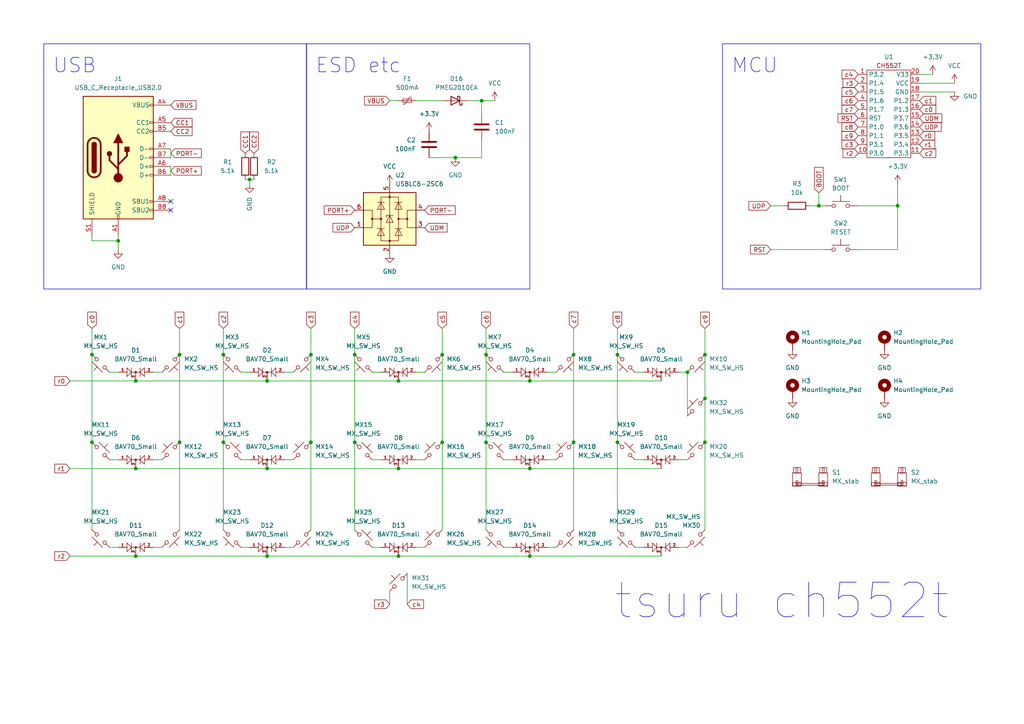
<source format=kicad_sch>
(kicad_sch (version 20230121) (generator eeschema)
  (paper "A4")
  (lib_symbols
    (symbol "Connector:USB_C_Receptacle_USB2.0" (pin_names (offset 1.016))
      (property "Reference" "J" (at -10.16 19.05 0))
      (property "Value" "USB_C_Receptacle_USB2.0" (at 19.05 19.05 0))
      (symbol "USB_C_Receptacle_USB2.0_0_0"
        (rectangle (start -0.254 -17.78) (end 0.254 -16.764))
        (rectangle (start 10.16 -14.986) (end 9.144 -15.494))
        (rectangle (start 10.16 -12.446) (end 9.144 -12.954))
        (rectangle (start 10.16 -4.826) (end 9.144 -5.334))
        (rectangle (start 10.16 -2.286) (end 9.144 -2.794))
        (rectangle (start 10.16 0.254) (end 9.144 -0.254))
        (rectangle (start 10.16 2.794) (end 9.144 2.286))
        (rectangle (start 10.16 7.874) (end 9.144 7.366))
        (rectangle (start 10.16 10.414) (end 9.144 9.906))
        (rectangle (start 10.16 15.494) (end 9.144 14.986))
      )
      (symbol "USB_C_Receptacle_USB2.0_0_1"
        (rectangle (start -10.16 17.78) (end 10.16 -17.78) (stroke (width 0.254)) (fill (type background)))
        (arc (start -8.89 -3.81) (mid -6.985 -5.7067) (end -5.08 -3.81) (stroke (width 0.508)))
        (arc (start -7.62 -3.81) (mid -6.985 -4.4423) (end -6.35 -3.81) (stroke (width 0.254)))
        (arc (start -7.62 -3.81) (mid -6.985 -4.4423) (end -6.35 -3.81) (stroke (width 0.254)) (fill (type outline)))
        (rectangle (start -7.62 -3.81) (end -6.35 3.81) (stroke (width 0.254)) (fill (type outline)))
        (arc (start -6.35 3.81) (mid -6.985 4.4423) (end -7.62 3.81) (stroke (width 0.254)))
        (arc (start -6.35 3.81) (mid -6.985 4.4423) (end -7.62 3.81) (stroke (width 0.254)) (fill (type outline)))
        (arc (start -5.08 3.81) (mid -6.985 5.7067) (end -8.89 3.81) (stroke (width 0.508)))
        (circle (center -2.54 1.143) (radius 0.635) (stroke (width 0.254)) (fill (type outline)))
        (circle (center 0 -5.842) (radius 1.27) (fill (type outline)))
        (polyline (pts (xy -8.89 -3.81) (xy -8.89 3.81)) (stroke (width 0.508)))
        (polyline (pts (xy -5.08 3.81) (xy -5.08 -3.81)) (stroke (width 0.508)))
        (polyline (pts (xy 0 -5.842) (xy 0 4.318)) (stroke (width 0.508)))
        (polyline (pts (xy 0 -3.302) (xy -2.54 -0.762) (xy -2.54 0.508)) (stroke (width 0.508)))
        (polyline (pts (xy 0 -2.032) (xy 2.54 0.508) (xy 2.54 1.778)) (stroke (width 0.508)))
        (polyline (pts (xy -1.27 4.318) (xy 0 6.858) (xy 1.27 4.318) (xy -1.27 4.318)) (stroke (width 0.254)) (fill (type outline)))
        (rectangle (start 1.905 1.778) (end 3.175 3.048) (stroke (width 0.254)) (fill (type outline)))
      )
      (symbol "USB_C_Receptacle_USB2.0_1_1"
        (pin passive line (at 0 -22.86 90) (length 5.08) (name "GND") (number "A1"))
        (pin passive line (at 0 -22.86 90) (length 5.08) hide (name "GND") (number "A12"))
        (pin passive line (at 15.24 15.24 180) (length 5.08) (name "VBUS") (number "A4"))
        (pin bidirectional line (at 15.24 10.16 180) (length 5.08) (name "CC1") (number "A5"))
        (pin bidirectional line (at 15.24 -2.54 180) (length 5.08) (name "D+") (number "A6"))
        (pin bidirectional line (at 15.24 2.54 180) (length 5.08) (name "D-") (number "A7"))
        (pin bidirectional line (at 15.24 -12.7 180) (length 5.08) (name "SBU1") (number "A8"))
        (pin passive line (at 15.24 15.24 180) (length 5.08) hide (name "VBUS") (number "A9"))
        (pin passive line (at 0 -22.86 90) (length 5.08) hide (name "GND") (number "B1"))
        (pin passive line (at 0 -22.86 90) (length 5.08) hide (name "GND") (number "B12"))
        (pin passive line (at 15.24 15.24 180) (length 5.08) hide (name "VBUS") (number "B4"))
        (pin bidirectional line (at 15.24 7.62 180) (length 5.08) (name "CC2") (number "B5"))
        (pin bidirectional line (at 15.24 -5.08 180) (length 5.08) (name "D+") (number "B6"))
        (pin bidirectional line (at 15.24 0 180) (length 5.08) (name "D-") (number "B7"))
        (pin bidirectional line (at 15.24 -15.24 180) (length 5.08) (name "SBU2") (number "B8"))
        (pin passive line (at 15.24 15.24 180) (length 5.08) hide (name "VBUS") (number "B9"))
        (pin passive line (at -7.62 -22.86 90) (length 5.08) (name "SHIELD") (number "S1"))
      )
    )
    (symbol "Device:C" (pin_numbers hide) (pin_names (offset 0.254))
      (property "Reference" "C" (at 0.635 2.54 0))
      (property "Value" "C" (at 0.635 -2.54 0))
      (symbol "C_0_1"
        (polyline (pts (xy -2.032 -0.762) (xy 2.032 -0.762)) (stroke (width 0.508)))
        (polyline (pts (xy -2.032 0.762) (xy 2.032 0.762)) (stroke (width 0.508)))
      )
      (symbol "C_1_1"
        (pin passive line (at 0 3.81 270) (length 2.794) (name "~") (number "1"))
        (pin passive line (at 0 -3.81 90) (length 2.794) (name "~") (number "2"))
      )
    )
    (symbol "Device:D_Schottky" (pin_numbers hide) (pin_names (offset 1.016) hide)
      (property "Reference" "D" (at 0 2.54 0))
      (property "Value" "D_Schottky" (at 0 -2.54 0))
      (symbol "D_Schottky_0_1"
        (polyline (pts (xy 1.27 0) (xy -1.27 0)))
        (polyline (pts (xy 1.27 1.27) (xy 1.27 -1.27) (xy -1.27 0) (xy 1.27 1.27)) (stroke (width 0.254)))
        (polyline (pts (xy -1.905 0.635) (xy -1.905 1.27) (xy -1.27 1.27) (xy -1.27 -1.27) (xy -0.635 -1.27) (xy -0.635 -0.635)) (stroke (width 0.254)))
      )
      (symbol "D_Schottky_1_1"
        (pin passive line (at -3.81 0 0) (length 2.54) (name "K") (number "1"))
        (pin passive line (at 3.81 0 180) (length 2.54) (name "A") (number "2"))
      )
    )
    (symbol "Device:Polyfuse_Small" (pin_numbers hide) (pin_names (offset 0))
      (property "Reference" "F" (at -1.905 0 90))
      (property "Value" "Polyfuse_Small" (at 1.905 0 90))
      (symbol "Polyfuse_Small_0_1"
        (rectangle (start -0.508 1.27) (end 0.508 -1.27))
        (polyline (pts (xy 0 2.54) (xy 0 -2.54)))
        (polyline (pts (xy -1.016 1.27) (xy -1.016 0.762) (xy 1.016 -0.762) (xy 1.016 -1.27)))
      )
      (symbol "Polyfuse_Small_1_1"
        (pin passive line (at 0 2.54 270) (length 0.635) (name "~") (number "1"))
        (pin passive line (at 0 -2.54 90) (length 0.635) (name "~") (number "2"))
      )
    )
    (symbol "Device:R" (pin_numbers hide) (pin_names (offset 0))
      (property "Reference" "R" (at 2.032 0 90))
      (property "Value" "R" (at 0 0 90))
      (symbol "R_0_1"
        (rectangle (start -1.016 -2.54) (end 1.016 2.54) (stroke (width 0.254)))
      )
      (symbol "R_1_1"
        (pin passive line (at 0 3.81 270) (length 1.27) (name "~") (number "1"))
        (pin passive line (at 0 -3.81 90) (length 1.27) (name "~") (number "2"))
      )
    )
    (symbol "Mechanical:MountingHole_Pad" (pin_numbers hide) (pin_names (offset 1.016) hide)
      (property "Reference" "H" (at 0 6.35 0))
      (property "Value" "MountingHole_Pad" (at 0 4.445 0))
      (symbol "MountingHole_Pad_0_1"
        (circle (center 0 1.27) (radius 1.27) (stroke (width 1.27)))
      )
      (symbol "MountingHole_Pad_1_1"
        (pin input line (at 0 -2.54 90) (length 2.54) (name "1") (number "1"))
      )
    )
    (symbol "PCM_marbastlib-mx:MX_SW_HS" (pin_numbers hide) (pin_names (offset 1.016) hide)
      (property "Reference" "MX" (at 3.048 1.016 0))
      (property "Value" "MX_SW_HS" (at 0 -3.81 0))
      (symbol "MX_SW_HS_0_1"
        (circle (center -1.1684 1.1684) (radius 0.508))
        (polyline (pts (xy -0.508 2.54) (xy 2.54 -0.508)))
        (polyline (pts (xy 1.016 1.016) (xy 2.032 2.032)))
        (polyline (pts (xy -2.54 2.54) (xy -1.524 1.524) (xy -1.524 1.524)))
        (polyline (pts (xy 1.524 -1.524) (xy 2.54 -2.54) (xy 2.54 -2.54) (xy 2.54 -2.54)))
        (circle (center 1.143 -1.1938) (radius 0.508))
        (pin passive line (at -2.54 2.54 0) (length 0) (name "1") (number "1"))
        (pin passive line (at 2.54 -2.54 180) (length 0) (name "2") (number "2"))
      )
    )
    (symbol "PCM_marbastlib-mx:MX_stab" (pin_names (offset 1.016))
      (property "Reference" "S" (at -5.08 6.35 0))
      (property "Value" "MX_stab" (at -5.08 3.81 0))
      (symbol "MX_stab_0_1"
        (rectangle (start -5.08 -1.524) (end -2.54 -2.54))
        (rectangle (start -5.08 1.27) (end -2.54 -2.54))
        (rectangle (start -4.826 2.794) (end -2.794 1.27))
        (rectangle (start -4.064 -2.286) (end -3.556 -1.016))
        (rectangle (start -4.064 -1.778) (end 4.064 -2.286))
        (rectangle (start -4.064 1.27) (end -3.556 2.794))
        (rectangle (start 2.54 -1.524) (end 5.08 -2.54))
        (rectangle (start 2.54 1.27) (end 5.08 -2.54))
        (rectangle (start 2.794 2.794) (end 4.826 1.27))
        (rectangle (start 3.556 1.27) (end 4.064 2.794))
        (rectangle (start 4.064 -2.286) (end 3.556 -1.016))
      )
    )
    (symbol "PCM_marbastlib-various:BAV70_Small" (pin_names (offset 0.762) hide)
      (property "Reference" "D" (at 0.635 -2.54 0))
      (property "Value" "BAV70_Small" (at 0 2.54 0))
      (symbol "BAV70_Small_0_1"
        (polyline (pts (xy -1.27 1.27) (xy -1.27 -1.27)))
        (polyline (pts (xy 1.27 0) (xy -1.27 0)))
        (polyline (pts (xy 1.27 1.27) (xy 1.27 -1.27)))
        (polyline (pts (xy -2.54 1.27) (xy -2.54 -1.27) (xy -1.27 0) (xy -2.54 1.27)))
        (polyline (pts (xy 2.54 1.27) (xy 2.54 -1.27) (xy 1.27 0) (xy 2.54 1.27)))
        (circle (center 0 0) (radius 0.254) (fill (type outline)))
      )
      (symbol "BAV70_Small_1_1"
        (pin input line (at -5.08 0 0) (length 2.54) (name "A1") (number "1"))
        (pin input line (at 5.08 0 180) (length 2.54) (name "A2") (number "2"))
        (pin passive line (at 0 -2.54 90) (length 2.54) (name "K") (number "3"))
      )
    )
    (symbol "Power_Protection:USBLC6-2SC6" (pin_names hide)
      (property "Reference" "U" (at 2.54 8.89 0))
      (property "Value" "USBLC6-2SC6" (at 2.54 -8.89 0))
      (symbol "USBLC6-2SC6_0_1"
        (rectangle (start -7.62 -7.62) (end 7.62 7.62) (stroke (width 0.254)) (fill (type background)))
        (circle (center -5.08 0) (radius 0.254) (fill (type outline)))
        (circle (center -2.54 0) (radius 0.254) (fill (type outline)))
        (rectangle (start -2.54 6.35) (end 2.54 -6.35))
        (circle (center 0 -6.35) (radius 0.254) (fill (type outline)))
        (polyline (pts (xy -5.08 -2.54) (xy -7.62 -2.54)))
        (polyline (pts (xy -5.08 0) (xy -5.08 -2.54)))
        (polyline (pts (xy -5.08 2.54) (xy -7.62 2.54)))
        (polyline (pts (xy -1.524 -2.794) (xy -3.556 -2.794)))
        (polyline (pts (xy -1.524 4.826) (xy -3.556 4.826)))
        (polyline (pts (xy 0 -7.62) (xy 0 -6.35)))
        (polyline (pts (xy 0 -6.35) (xy 0 1.27)))
        (polyline (pts (xy 0 1.27) (xy 0 6.35)))
        (polyline (pts (xy 0 6.35) (xy 0 7.62)))
        (polyline (pts (xy 1.524 -2.794) (xy 3.556 -2.794)))
        (polyline (pts (xy 1.524 4.826) (xy 3.556 4.826)))
        (polyline (pts (xy 5.08 -2.54) (xy 7.62 -2.54)))
        (polyline (pts (xy 5.08 0) (xy 5.08 -2.54)))
        (polyline (pts (xy 5.08 2.54) (xy 7.62 2.54)))
        (polyline (pts (xy -2.54 0) (xy -5.08 0) (xy -5.08 2.54)))
        (polyline (pts (xy 2.54 0) (xy 5.08 0) (xy 5.08 2.54)))
        (polyline (pts (xy -3.556 -4.826) (xy -1.524 -4.826) (xy -2.54 -2.794) (xy -3.556 -4.826)))
        (polyline (pts (xy -3.556 2.794) (xy -1.524 2.794) (xy -2.54 4.826) (xy -3.556 2.794)))
        (polyline (pts (xy -1.016 -1.016) (xy 1.016 -1.016) (xy 0 1.016) (xy -1.016 -1.016)))
        (polyline (pts (xy 1.016 1.016) (xy 0.762 1.016) (xy -1.016 1.016) (xy -1.016 0.508)))
        (polyline (pts (xy 3.556 -4.826) (xy 1.524 -4.826) (xy 2.54 -2.794) (xy 3.556 -4.826)))
        (polyline (pts (xy 3.556 2.794) (xy 1.524 2.794) (xy 2.54 4.826) (xy 3.556 2.794)))
        (circle (center 0 6.35) (radius 0.254) (fill (type outline)))
        (circle (center 2.54 0) (radius 0.254) (fill (type outline)))
        (circle (center 5.08 0) (radius 0.254) (fill (type outline)))
      )
      (symbol "USBLC6-2SC6_1_1"
        (pin passive line (at -10.16 -2.54 0) (length 2.54) (name "I/O1") (number "1"))
        (pin passive line (at 0 -10.16 90) (length 2.54) (name "GND") (number "2"))
        (pin passive line (at 10.16 -2.54 180) (length 2.54) (name "I/O2") (number "3"))
        (pin passive line (at 10.16 2.54 180) (length 2.54) (name "I/O2") (number "4"))
        (pin passive line (at 0 10.16 270) (length 2.54) (name "VBUS") (number "5"))
        (pin passive line (at -10.16 2.54 0) (length 2.54) (name "I/O1") (number "6"))
      )
    )
    (symbol "Switch:SW_Push" (pin_numbers hide) (pin_names (offset 1.016) hide)
      (property "Reference" "SW" (at 1.27 2.54 0))
      (property "Value" "SW_Push" (at 0 -1.524 0))
      (symbol "SW_Push_0_1"
        (circle (center -2.032 0) (radius 0.508))
        (polyline (pts (xy 0 1.27) (xy 0 3.048)))
        (polyline (pts (xy 2.54 1.27) (xy -2.54 1.27)))
        (circle (center 2.032 0) (radius 0.508))
        (pin passive line (at -5.08 0 0) (length 2.54) (name "1") (number "1"))
        (pin passive line (at 5.08 0 180) (length 2.54) (name "2") (number "2"))
      )
    )
    (symbol "apfel:mcu_ch552t_tssop-20"
      (property "Reference" "U1" (at 0 16.51 0))
      (property "Value" "~" (at 0 -12.7 0))
      (symbol "mcu_ch552t_tssop-20_0_1"
        (rectangle (start -6.35 12.7) (end 6.35 -12.7))
      )
      (symbol "mcu_ch552t_tssop-20_1_1"
        (text "CH552T\n" (at 0 13.97 0) (effects (font (size 1.27 1.27))))
        (pin input line (at -8.89 11.43 0) (length 2.54) (name "P3.2") (number "1"))
        (pin input line (at -8.89 -11.43 0) (length 2.54) (name "P3.0") (number "10"))
        (pin input line (at 8.89 -11.43 180) (length 2.54) (name "P3.3") (number "11"))
        (pin input line (at 8.89 -8.89 180) (length 2.54) (name "P3.4") (number "12"))
        (pin input line (at 8.89 -6.35 180) (length 2.54) (name "P3.5") (number "13"))
        (pin input line (at 8.89 -3.81 180) (length 2.54) (name "P3.6") (number "14"))
        (pin input line (at 8.89 -1.27 180) (length 2.54) (name "P3.7") (number "15"))
        (pin input line (at 8.89 1.27 180) (length 2.54) (name "P1.3") (number "16"))
        (pin input line (at 8.89 3.81 180) (length 2.54) (name "P1.2") (number "17"))
        (pin input line (at 8.89 6.35 180) (length 2.54) (name "GND") (number "18"))
        (pin input line (at 8.89 8.89 180) (length 2.54) (name "VCC") (number "19"))
        (pin input line (at -8.89 8.89 0) (length 2.54) (name "P1.4") (number "2"))
        (pin input line (at 8.89 11.43 180) (length 2.54) (name "V33") (number "20"))
        (pin input line (at -8.89 6.35 0) (length 2.54) (name "P1.5") (number "3"))
        (pin input line (at -8.89 3.81 0) (length 2.54) (name "P1.6") (number "4"))
        (pin input line (at -8.89 1.27 0) (length 2.54) (name "P1.7") (number "5"))
        (pin input line (at -8.89 -1.27 0) (length 2.54) (name "RST") (number "6"))
        (pin input line (at -8.89 -3.81 0) (length 2.54) (name "P1.0") (number "7"))
        (pin input line (at -8.89 -6.35 0) (length 2.54) (name "P1.1") (number "8"))
        (pin input line (at -8.89 -8.89 0) (length 2.54) (name "P3.1") (number "9"))
      )
    )
    (symbol "power:+3.3V" (power) (pin_names (offset 0))
      (property "Value" "+3.3V" (at 0 3.556 0))
      (symbol "+3.3V_0_1"
        (polyline (pts (xy -0.762 1.27) (xy 0 2.54)))
        (polyline (pts (xy 0 0) (xy 0 2.54)))
        (polyline (pts (xy 0 2.54) (xy 0.762 1.27)))
      )
      (symbol "+3.3V_1_1"
        (pin power_in line (at 0 0 90) (length 0) hide (name "+3.3V") (number "1"))
      )
    )
    (symbol "power:GND" (power) (pin_names (offset 0))
      (property "Value" "GND" (at 0 -3.81 0))
      (symbol "GND_0_1"
        (polyline (pts (xy 0 0) (xy 0 -1.27) (xy 1.27 -1.27) (xy 0 -2.54) (xy -1.27 -1.27) (xy 0 -1.27)))
      )
      (symbol "GND_1_1"
        (pin power_in line (at 0 0 270) (length 0) hide (name "GND") (number "1"))
      )
    )
    (symbol "power:VCC" (power) (pin_names (offset 0))
      (property "Value" "VCC" (at 0 3.81 0))
      (symbol "VCC_0_1"
        (polyline (pts (xy -0.762 1.27) (xy 0 2.54)))
        (polyline (pts (xy 0 0) (xy 0 2.54)))
        (polyline (pts (xy 0 2.54) (xy 0.762 1.27)))
      )
      (symbol "VCC_1_1"
        (pin power_in line (at 0 0 90) (length 0) hide (name "VCC") (number "1"))
      )
    )
  )
  (junction (at 26.67 128.27))
  (junction (at 140.97 128.27))
  (junction (at 34.29 69.85))
  (junction (at 39.37 135.89))
  (junction (at 115.57 110.49))
  (junction (at 179.07 128.27))
  (junction (at 166.37 128.27))
  (junction (at 77.47 135.89))
  (junction (at 26.67 102.87))
  (junction (at 139.7 29.21))
  (junction (at 204.47 115.57))
  (junction (at 153.67 161.29))
  (junction (at 204.47 102.87))
  (junction (at 77.47 161.29))
  (junction (at 39.37 110.49))
  (junction (at 260.35 59.69))
  (junction (at 132.08 45.72))
  (junction (at 128.27 128.27))
  (junction (at 52.07 128.27))
  (junction (at 153.67 110.49))
  (junction (at 166.37 102.87))
  (junction (at 72.39 52.07))
  (junction (at 102.87 128.27))
  (junction (at 237.49 59.69))
  (junction (at 39.37 161.29))
  (junction (at 140.97 102.87))
  (junction (at 102.87 102.87))
  (junction (at 179.07 102.87))
  (junction (at 115.57 135.89))
  (junction (at 77.47 110.49))
  (junction (at 128.27 102.87))
  (junction (at 199.39 107.95))
  (junction (at 153.67 135.89))
  (junction (at 90.17 102.87))
  (junction (at 64.77 128.27))
  (junction (at 52.07 102.87))
  (junction (at 115.57 161.29))
  (junction (at 90.17 128.27))
  (junction (at 204.47 128.27))
  (junction (at 64.77 102.87))
  (no_connect (at 49.53 60.96))
  (no_connect (at 49.53 58.42))
  (wire (pts (xy 20.32 161.29) (xy 39.37 161.29)))
  (wire (pts (xy 115.57 161.29) (xy 153.67 161.29)))
  (wire (pts (xy 72.39 133.35) (xy 69.85 133.35)))
  (wire (pts (xy 139.7 45.72) (xy 139.7 40.64)))
  (wire (pts (xy 113.03 171.45) (xy 113.03 175.26)))
  (wire (pts (xy 34.29 158.75) (xy 31.75 158.75)))
  (wire (pts (xy 26.67 68.58) (xy 26.67 69.85)))
  (wire (pts (xy 120.65 107.95) (xy 123.19 107.95)))
  (wire (pts (xy 82.55 107.95) (xy 85.09 107.95)))
  (wire (pts (xy 266.7 21.59) (xy 270.51 21.59)))
  (wire (pts (xy 26.67 95.25) (xy 26.67 102.87)))
  (wire (pts (xy 204.47 95.25) (xy 204.47 102.87)))
  (wire (pts (xy 82.55 133.35) (xy 85.09 133.35)))
  (wire (pts (xy 82.55 158.75) (xy 85.09 158.75)))
  (wire (pts (xy 179.07 128.27) (xy 179.07 153.67)))
  (wire (pts (xy 52.07 95.25) (xy 52.07 102.87)))
  (wire (pts (xy 77.47 161.29) (xy 115.57 161.29)))
  (wire (pts (xy 139.7 29.21) (xy 139.7 33.02)))
  (wire (pts (xy 49.53 43.18) (xy 49.53 45.72)))
  (wire (pts (xy 52.07 102.87) (xy 52.07 128.27)))
  (wire (pts (xy 199.39 107.95) (xy 199.39 120.65)))
  (wire (pts (xy 248.92 59.69) (xy 260.35 59.69)))
  (wire (pts (xy 260.35 72.39) (xy 248.92 72.39)))
  (wire (pts (xy 110.49 158.75) (xy 107.95 158.75)))
  (wire (pts (xy 90.17 95.25) (xy 90.17 102.87)))
  (wire (pts (xy 140.97 128.27) (xy 140.97 153.67)))
  (wire (pts (xy 158.75 133.35) (xy 161.29 133.35)))
  (wire (pts (xy 52.07 128.27) (xy 52.07 153.67)))
  (wire (pts (xy 34.29 69.85) (xy 34.29 72.39)))
  (wire (pts (xy 166.37 128.27) (xy 166.37 153.67)))
  (wire (pts (xy 166.37 95.25) (xy 166.37 102.87)))
  (wire (pts (xy 128.27 102.87) (xy 128.27 128.27)))
  (wire (pts (xy 44.45 158.75) (xy 46.99 158.75)))
  (wire (pts (xy 276.86 26.67) (xy 266.7 26.67)))
  (wire (pts (xy 102.87 128.27) (xy 102.87 153.67)))
  (wire (pts (xy 140.97 102.87) (xy 140.97 128.27)))
  (wire (pts (xy 118.11 166.37) (xy 118.11 175.26)))
  (wire (pts (xy 49.53 48.26) (xy 49.53 50.8)))
  (wire (pts (xy 158.75 107.95) (xy 161.29 107.95)))
  (wire (pts (xy 266.7 24.13) (xy 276.86 24.13)))
  (wire (pts (xy 72.39 107.95) (xy 69.85 107.95)))
  (wire (pts (xy 166.37 102.87) (xy 166.37 128.27)))
  (wire (pts (xy 148.59 158.75) (xy 146.05 158.75)))
  (wire (pts (xy 34.29 68.58) (xy 34.29 69.85)))
  (wire (pts (xy 115.57 110.49) (xy 153.67 110.49)))
  (wire (pts (xy 20.32 135.89) (xy 39.37 135.89)))
  (wire (pts (xy 120.65 158.75) (xy 123.19 158.75)))
  (wire (pts (xy 179.07 102.87) (xy 179.07 128.27)))
  (wire (pts (xy 186.69 133.35) (xy 184.15 133.35)))
  (wire (pts (xy 39.37 110.49) (xy 77.47 110.49)))
  (wire (pts (xy 204.47 102.87) (xy 204.47 115.57)))
  (wire (pts (xy 115.57 135.89) (xy 153.67 135.89)))
  (wire (pts (xy 44.45 133.35) (xy 46.99 133.35)))
  (wire (pts (xy 186.69 158.75) (xy 184.15 158.75)))
  (wire (pts (xy 113.03 29.21) (xy 115.57 29.21)))
  (wire (pts (xy 26.67 128.27) (xy 26.67 153.67)))
  (wire (pts (xy 72.39 158.75) (xy 69.85 158.75)))
  (wire (pts (xy 234.95 59.69) (xy 237.49 59.69)))
  (wire (pts (xy 90.17 102.87) (xy 90.17 128.27)))
  (wire (pts (xy 77.47 135.89) (xy 115.57 135.89)))
  (wire (pts (xy 39.37 161.29) (xy 77.47 161.29)))
  (wire (pts (xy 158.75 158.75) (xy 161.29 158.75)))
  (wire (pts (xy 64.77 102.87) (xy 64.77 128.27)))
  (wire (pts (xy 196.85 133.35) (xy 199.39 133.35)))
  (wire (pts (xy 260.35 59.69) (xy 260.35 72.39)))
  (wire (pts (xy 204.47 115.57) (xy 204.47 128.27)))
  (wire (pts (xy 128.27 95.25) (xy 128.27 102.87)))
  (wire (pts (xy 223.52 59.69) (xy 227.33 59.69)))
  (wire (pts (xy 64.77 128.27) (xy 64.77 153.67)))
  (wire (pts (xy 72.39 52.07) (xy 73.66 52.07)))
  (wire (pts (xy 153.67 110.49) (xy 191.77 110.49)))
  (wire (pts (xy 110.49 133.35) (xy 107.95 133.35)))
  (wire (pts (xy 237.49 59.69) (xy 238.76 59.69)))
  (wire (pts (xy 72.39 52.07) (xy 72.39 53.34)))
  (wire (pts (xy 153.67 135.89) (xy 191.77 135.89)))
  (wire (pts (xy 124.46 45.72) (xy 132.08 45.72)))
  (wire (pts (xy 148.59 107.95) (xy 146.05 107.95)))
  (wire (pts (xy 26.67 69.85) (xy 34.29 69.85)))
  (wire (pts (xy 153.67 161.29) (xy 191.77 161.29)))
  (wire (pts (xy 64.77 95.25) (xy 64.77 102.87)))
  (wire (pts (xy 39.37 135.89) (xy 77.47 135.89)))
  (wire (pts (xy 140.97 95.25) (xy 140.97 102.87)))
  (wire (pts (xy 139.7 29.21) (xy 143.51 29.21)))
  (wire (pts (xy 120.65 29.21) (xy 128.27 29.21)))
  (wire (pts (xy 71.12 52.07) (xy 72.39 52.07)))
  (wire (pts (xy 34.29 107.95) (xy 31.75 107.95)))
  (wire (pts (xy 90.17 128.27) (xy 90.17 153.67)))
  (wire (pts (xy 132.08 45.72) (xy 139.7 45.72)))
  (wire (pts (xy 260.35 53.34) (xy 260.35 59.69)))
  (wire (pts (xy 102.87 95.25) (xy 102.87 102.87)))
  (wire (pts (xy 110.49 107.95) (xy 107.95 107.95)))
  (wire (pts (xy 179.07 95.25) (xy 179.07 102.87)))
  (wire (pts (xy 237.49 55.88) (xy 237.49 59.69)))
  (wire (pts (xy 77.47 110.49) (xy 115.57 110.49)))
  (wire (pts (xy 196.85 158.75) (xy 199.39 158.75)))
  (wire (pts (xy 26.67 102.87) (xy 26.67 128.27)))
  (wire (pts (xy 204.47 128.27) (xy 204.47 153.67)))
  (wire (pts (xy 128.27 128.27) (xy 128.27 153.67)))
  (wire (pts (xy 102.87 102.87) (xy 102.87 128.27)))
  (wire (pts (xy 186.69 107.95) (xy 184.15 107.95)))
  (wire (pts (xy 44.45 107.95) (xy 46.99 107.95)))
  (wire (pts (xy 34.29 133.35) (xy 31.75 133.35)))
  (wire (pts (xy 148.59 133.35) (xy 146.05 133.35)))
  (wire (pts (xy 223.52 72.39) (xy 238.76 72.39)))
  (wire (pts (xy 20.32 110.49) (xy 39.37 110.49)))
  (wire (pts (xy 135.89 29.21) (xy 139.7 29.21)))
  (wire (pts (xy 120.65 133.35) (xy 123.19 133.35)))
  (wire (pts (xy 196.85 107.95) (xy 199.39 107.95)))
  (rectangle (start 209.55 12.7) (end 284.48 83.82))
  (rectangle (start 12.7 12.7) (end 88.9 83.82))
  (rectangle (start 88.9 12.7) (end 153.67 83.82))
  (text "MCU" (at 212.09 21.59 0) (effects (font (size 4.2 4.2)) (justify left bottom)))
  (text "tsuru ch552t" (at 177.8 180.34 0) (effects (font (size 10 10)) (justify left bottom)))
  (text "USB" (at 15.24 21.59 0) (effects (font (size 4.2 4.2)) (justify left bottom)))
  (text "ESD etc" (at 91.44 21.59 0) (effects (font (size 4.2 4.2)) (justify left bottom)))
  (global_label "c0" (shape input) (at 26.67 95.25 90) (property "Intersheetrefs" "${INTERSHEET_REFS}" (effects hide)))
  (global_label "c5" (shape input) (at 248.92 26.67 180) (property "Intersheetrefs" "${INTERSHEET_REFS}" (effects hide)))
  (global_label "c3" (shape input) (at 248.92 41.91 180) (property "Intersheetrefs" "${INTERSHEET_REFS}" (effects hide)))
  (global_label "c0" (shape input) (at 266.7 31.75 0) (property "Intersheetrefs" "${INTERSHEET_REFS}" (effects hide)))
  (global_label "c2" (shape input) (at 64.77 95.25 90) (property "Intersheetrefs" "${INTERSHEET_REFS}" (effects hide)))
  (global_label "r1" (shape input) (at 20.32 135.89 180) (property "Intersheetrefs" "${INTERSHEET_REFS}" (effects hide)))
  (global_label "CC1" (shape input) (at 49.53 35.56 0) (property "Intersheetrefs" "${INTERSHEET_REFS}" (effects hide)))
  (global_label "r2" (shape input) (at 248.92 44.45 180) (property "Intersheetrefs" "${INTERSHEET_REFS}" (effects hide)))
  (global_label "c8" (shape input) (at 248.92 36.83 180) (property "Intersheetrefs" "${INTERSHEET_REFS}" (effects hide)))
  (global_label "UDP" (shape input) (at 266.7 36.83 0) (property "Intersheetrefs" "${INTERSHEET_REFS}" (effects hide)))
  (global_label "r0" (shape input) (at 266.7 39.37 0) (property "Intersheetrefs" "${INTERSHEET_REFS}" (effects hide)))
  (global_label "c3" (shape input) (at 90.17 95.25 90) (property "Intersheetrefs" "${INTERSHEET_REFS}" (effects hide)))
  (global_label "UDM" (shape input) (at 266.7 34.29 0) (property "Intersheetrefs" "${INTERSHEET_REFS}" (effects hide)))
  (global_label "CC2" (shape input) (at 49.53 38.1 0) (property "Intersheetrefs" "${INTERSHEET_REFS}" (effects hide)))
  (global_label "PORT+" (shape input) (at 49.53 49.53 0) (property "Intersheetrefs" "${INTERSHEET_REFS}" (effects hide)))
  (global_label "r3" (shape input) (at 113.03 175.26 180) (property "Intersheetrefs" "${INTERSHEET_REFS}" (effects hide)))
  (global_label "CC1" (shape input) (at 71.12 44.45 90) (property "Intersheetrefs" "${INTERSHEET_REFS}" (effects hide)))
  (global_label "UDP" (shape input) (at 223.52 59.69 180) (property "Intersheetrefs" "${INTERSHEET_REFS}" (effects hide)))
  (global_label "VBUS" (shape input) (at 113.03 29.21 180) (property "Intersheetrefs" "${INTERSHEET_REFS}" (effects hide)))
  (global_label "UDP" (shape input) (at 102.87 66.04 180) (property "Intersheetrefs" "${INTERSHEET_REFS}" (effects hide)))
  (global_label "c4" (shape input) (at 102.87 95.25 90) (property "Intersheetrefs" "${INTERSHEET_REFS}" (effects hide)))
  (global_label "r0" (shape input) (at 20.32 110.49 180) (property "Intersheetrefs" "${INTERSHEET_REFS}" (effects hide)))
  (global_label "c9" (shape input) (at 248.92 39.37 180) (property "Intersheetrefs" "${INTERSHEET_REFS}" (effects hide)))
  (global_label "VBUS" (shape input) (at 49.53 30.48 0) (property "Intersheetrefs" "${INTERSHEET_REFS}" (effects hide)))
  (global_label "PORT-" (shape input) (at 123.19 60.96 0) (property "Intersheetrefs" "${INTERSHEET_REFS}" (effects hide)))
  (global_label "c4" (shape input) (at 248.92 21.59 180) (property "Intersheetrefs" "${INTERSHEET_REFS}" (effects hide)))
  (global_label "PORT+" (shape input) (at 102.87 60.96 180) (property "Intersheetrefs" "${INTERSHEET_REFS}" (effects hide)))
  (global_label "BOOT" (shape input) (at 237.49 55.88 90) (property "Intersheetrefs" "${INTERSHEET_REFS}" (effects hide)))
  (global_label "c7" (shape input) (at 166.37 95.25 90) (property "Intersheetrefs" "${INTERSHEET_REFS}" (effects hide)))
  (global_label "c6" (shape input) (at 248.92 29.21 180) (property "Intersheetrefs" "${INTERSHEET_REFS}" (effects hide)))
  (global_label "c7" (shape input) (at 248.92 31.75 180) (property "Intersheetrefs" "${INTERSHEET_REFS}" (effects hide)))
  (global_label "c2" (shape input) (at 266.7 44.45 0) (property "Intersheetrefs" "${INTERSHEET_REFS}" (effects hide)))
  (global_label "RST" (shape input) (at 248.92 34.29 180) (property "Intersheetrefs" "${INTERSHEET_REFS}" (effects hide)))
  (global_label "PORT-" (shape input) (at 49.53 44.45 0) (property "Intersheetrefs" "${INTERSHEET_REFS}" (effects hide)))
  (global_label "c1" (shape input) (at 266.7 29.21 0) (property "Intersheetrefs" "${INTERSHEET_REFS}" (effects hide)))
  (global_label "CC2" (shape input) (at 73.66 44.45 90) (property "Intersheetrefs" "${INTERSHEET_REFS}" (effects hide)))
  (global_label "RST" (shape input) (at 223.52 72.39 180) (property "Intersheetrefs" "${INTERSHEET_REFS}" (effects hide)))
  (global_label "c8" (shape input) (at 179.07 95.25 90) (property "Intersheetrefs" "${INTERSHEET_REFS}" (effects hide)))
  (global_label "c6" (shape input) (at 140.97 95.25 90) (property "Intersheetrefs" "${INTERSHEET_REFS}" (effects hide)))
  (global_label "c4" (shape input) (at 118.11 175.26 0) (property "Intersheetrefs" "${INTERSHEET_REFS}" (effects hide)))
  (global_label "r3" (shape input) (at 248.92 24.13 180) (property "Intersheetrefs" "${INTERSHEET_REFS}" (effects hide)))
  (global_label "c1" (shape input) (at 52.07 95.25 90) (property "Intersheetrefs" "${INTERSHEET_REFS}" (effects hide)))
  (global_label "r1" (shape input) (at 266.7 41.91 0) (property "Intersheetrefs" "${INTERSHEET_REFS}" (effects hide)))
  (global_label "UDM" (shape input) (at 123.19 66.04 0) (property "Intersheetrefs" "${INTERSHEET_REFS}" (effects hide)))
  (global_label "r2" (shape input) (at 20.32 161.29 180) (property "Intersheetrefs" "${INTERSHEET_REFS}" (effects hide)))
  (global_label "c9" (shape input) (at 204.47 95.25 90) (property "Intersheetrefs" "${INTERSHEET_REFS}" (effects hide)))
  (global_label "c5" (shape input) (at 128.27 95.25 90) (property "Intersheetrefs" "${INTERSHEET_REFS}" (effects hide)))
  (symbol (lib_id "power:+3.3V") (at 124.46 38.1 0) (mirror y) (unit 1)
    (property "Reference" "#PWR06" (effects hide))
    (property "Value" "+3.3V" (at 124.46 33.02 0))
  )
  (symbol (lib_id "PCM_marbastlib-mx:MX_SW_HS") (at 201.93 130.81 90) (unit 1)
    (property "Reference" "MX20" (at 205.74 129.54 90) (effects (justify right)))
    (property "Value" "MX_SW_HS" (at 205.74 132.08 90) (effects (justify right)))
    (property "Footprint" "apfellib:MX-HotswapSAFE_no_silk" (effects hide))
  )
  (symbol (lib_id "PCM_marbastlib-mx:MX_SW_HS") (at 87.63 156.21 270) (unit 1)
    (property "Reference" "MX24" (at 91.44 154.94 90) (effects (justify left)))
    (property "Value" "MX_SW_HS" (at 91.44 157.48 90) (effects (justify left)))
    (property "Footprint" "apfellib:MX-HotswapSAFE_no_silk" (effects hide))
  )
  (symbol (lib_id "PCM_marbastlib-various:BAV70_Small") (at 191.77 158.75 0) (unit 1)
    (property "Reference" "D15" (at 191.77 152.4 0))
    (property "Value" "BAV70_Small" (at 191.77 154.94 0))
    (property "Footprint" "BeiBob:apfel_SOT-23_silkless" (effects hide))
    (property "Datasheet" "https://assets.nexperia.com/documents/data-sheet/BAV70_SER.pdf" (effects hide))
  )
  (symbol (lib_id "PCM_marbastlib-mx:MX_SW_HS") (at 105.41 130.81 0) (unit 1)
    (property "Reference" "MX15" (at 105.41 123.19 0))
    (property "Value" "MX_SW_HS" (at 105.41 125.73 0))
    (property "Footprint" "apfellib:MX-HotswapSAFE_no_silk" (effects hide))
  )
  (symbol (lib_id "Device:R") (at 73.66 48.26 0) (mirror y) (unit 1)
    (property "Reference" "R2" (at 78.74 46.99 0))
    (property "Value" "5.1k" (at 78.74 49.53 0))
    (property "Footprint" "Resistor_SMD:R_0402_1005Metric" (effects hide))
    (property "LCSC" "C25905" (effects hide))
  )
  (symbol (lib_id "PCM_marbastlib-mx:MX_SW_HS") (at 125.73 130.81 90) (unit 1)
    (property "Reference" "MX16" (at 129.54 129.54 90) (effects (justify right)))
    (property "Value" "MX_SW_HS" (at 129.54 132.08 90) (effects (justify right)))
    (property "Footprint" "apfellib:MX-HotswapSAFE_no_silk" (effects hide))
  )
  (symbol (lib_id "PCM_marbastlib-mx:MX_stab") (at 234.95 138.43 0) (unit 1)
    (property "Reference" "S1" (at 241.3 137.033 0) (effects (justify left)))
    (property "Value" "MX_stab" (at 241.3 139.573 0) (effects (justify left)))
    (property "Footprint" "PCM_marbastlib-mx:STAB_MX_P_3u" (effects hide))
  )
  (symbol (lib_id "PCM_marbastlib-mx:MX_SW_HS") (at 87.63 105.41 270) (unit 1)
    (property "Reference" "MX4" (at 91.44 104.14 90) (effects (justify left)))
    (property "Value" "MX_SW_HS" (at 91.44 106.68 90) (effects (justify left)))
    (property "Footprint" "apfellib:MX-HotswapSAFE_no_silk" (effects hide))
  )
  (symbol (lib_id "PCM_marbastlib-mx:MX_SW_HS") (at 163.83 105.41 270) (unit 1)
    (property "Reference" "MX8" (at 167.64 104.14 90) (effects (justify left)))
    (property "Value" "MX_SW_HS" (at 167.64 106.68 90) (effects (justify left)))
    (property "Footprint" "apfellib:MX-HotswapSAFE_no_silk" (effects hide))
  )
  (symbol (lib_id "PCM_marbastlib-various:BAV70_Small") (at 153.67 158.75 0) (unit 1)
    (property "Reference" "D14" (at 153.67 152.4 0))
    (property "Value" "BAV70_Small" (at 153.67 154.94 0))
    (property "Footprint" "BeiBob:apfel_SOT-23_silkless" (effects hide))
    (property "Datasheet" "https://assets.nexperia.com/documents/data-sheet/BAV70_SER.pdf" (effects hide))
  )
  (symbol (lib_id "PCM_marbastlib-various:BAV70_Small") (at 115.57 133.35 0) (unit 1)
    (property "Reference" "D8" (at 115.57 127 0))
    (property "Value" "BAV70_Small" (at 115.57 129.54 0))
    (property "Footprint" "BeiBob:apfel_SOT-23_silkless" (effects hide))
    (property "Datasheet" "https://assets.nexperia.com/documents/data-sheet/BAV70_SER.pdf" (effects hide))
  )
  (symbol (lib_id "PCM_marbastlib-mx:MX_SW_HS") (at 29.21 130.81 0) (unit 1)
    (property "Reference" "MX11" (at 29.21 123.19 0))
    (property "Value" "MX_SW_HS" (at 29.21 125.73 0))
    (property "Footprint" "apfellib:MX-HotswapSAFE_no_silk" (effects hide))
  )
  (symbol (lib_id "PCM_marbastlib-mx:MX_SW_HS") (at 201.93 105.41 270) (unit 1)
    (property "Reference" "MX10" (at 205.74 104.14 90) (effects (justify left)))
    (property "Value" "MX_SW_HS" (at 205.74 106.68 90) (effects (justify left)))
    (property "Footprint" "apfellib:MX-HotswapSAFE_no_silk" (effects hide))
  )
  (symbol (lib_id "PCM_marbastlib-mx:MX_SW_HS") (at 201.93 156.21 270) (unit 1)
    (property "Reference" "MX30" (at 203.2 152.4 90) (effects (justify right)))
    (property "Value" "MX_SW_HS" (at 203.2 149.86 90) (effects (justify right)))
    (property "Footprint" "apfellib:MX-HotswapSAFE_no_silk" (effects hide))
  )
  (symbol (lib_id "PCM_marbastlib-mx:MX_SW_HS") (at 105.41 105.41 180) (unit 1)
    (property "Reference" "MX5" (at 105.41 97.79 0))
    (property "Value" "MX_SW_HS" (at 105.41 100.33 0))
    (property "Footprint" "apfellib:MX-HotswapSAFE_no_silk" (effects hide))
  )
  (symbol (lib_id "PCM_marbastlib-mx:MX_SW_HS") (at 29.21 105.41 180) (unit 1)
    (property "Reference" "MX1" (at 29.21 97.79 0))
    (property "Value" "MX_SW_HS" (at 29.21 100.33 0))
    (property "Footprint" "apfellib:MX-HotswapSAFE_no_silk" (effects hide))
  )
  (symbol (lib_id "PCM_marbastlib-mx:MX_SW_HS") (at 49.53 130.81 90) (unit 1)
    (property "Reference" "MX12" (at 53.34 129.54 90) (effects (justify right)))
    (property "Value" "MX_SW_HS" (at 53.34 132.08 90) (effects (justify right)))
    (property "Footprint" "apfellib:MX-HotswapSAFE_no_silk" (effects hide))
  )
  (symbol (lib_id "power:VCC") (at 276.86 24.13 0) (unit 1)
    (property "Reference" "#PWR05" (effects hide))
    (property "Value" "VCC" (at 276.86 19.05 0))
  )
  (symbol (lib_id "power:GND") (at 229.87 101.6 0) (unit 1)
    (property "Reference" "#PWR014" (effects hide))
    (property "Value" "GND" (at 229.87 106.68 0))
  )
  (symbol (lib_id "apfel:mcu_ch552t_tssop-20") (at 257.81 33.02 0) (unit 1)
    (property "Reference" "U1" (at 257.81 16.51 0))
    (property "Value" "~" (at 257.81 45.72 0))
    (property "Footprint" "Package_SO:TSSOP-20_4.4x6.5mm_P0.65mm" (effects hide))
    (property "JLCPCB_CORRECTION" "0; 0; 270" (effects hide))
    (property "LCSC" "C111367" (effects hide))
  )
  (symbol (lib_id "power:GND") (at 72.39 53.34 0) (mirror y) (unit 1)
    (property "Reference" "#PWR07" (effects hide))
    (property "Value" "GND" (at 72.39 57.15 90) (effects (justify right)))
  )
  (symbol (lib_id "PCM_marbastlib-mx:MX_SW_HS") (at 143.51 105.41 180) (unit 1)
    (property "Reference" "MX7" (at 143.51 97.79 0))
    (property "Value" "MX_SW_HS" (at 143.51 100.33 0))
    (property "Footprint" "apfellib:MX-HotswapSAFE_no_silk" (effects hide))
  )
  (symbol (lib_id "PCM_marbastlib-various:BAV70_Small") (at 77.47 133.35 0) (unit 1)
    (property "Reference" "D7" (at 77.47 127 0))
    (property "Value" "BAV70_Small" (at 77.47 129.54 0))
    (property "Footprint" "BeiBob:apfel_SOT-23_silkless" (effects hide))
    (property "Datasheet" "https://assets.nexperia.com/documents/data-sheet/BAV70_SER.pdf" (effects hide))
  )
  (symbol (lib_id "PCM_marbastlib-various:BAV70_Small") (at 39.37 158.75 0) (unit 1)
    (property "Reference" "D11" (at 39.37 152.4 0))
    (property "Value" "BAV70_Small" (at 39.37 154.94 0))
    (property "Footprint" "BeiBob:apfel_SOT-23_silkless" (effects hide))
    (property "Datasheet" "https://assets.nexperia.com/documents/data-sheet/BAV70_SER.pdf" (effects hide))
  )
  (symbol (lib_id "PCM_marbastlib-mx:MX_SW_HS") (at 163.83 130.81 90) (unit 1)
    (property "Reference" "MX18" (at 167.64 129.54 90) (effects (justify right)))
    (property "Value" "MX_SW_HS" (at 167.64 132.08 90) (effects (justify right)))
    (property "Footprint" "apfellib:MX-HotswapSAFE_no_silk" (effects hide))
  )
  (symbol (lib_id "Switch:SW_Push") (at 243.84 72.39 0) (unit 1)
    (property "Reference" "SW2" (at 243.84 64.77 0))
    (property "Value" "RESET" (at 243.84 67.31 0))
    (property "Footprint" "Button_Switch_SMD:SW_Push_SPST_NO_Alps_SKRK" (effects hide))
    (property "LCSC" "C115357" (effects hide))
  )
  (symbol (lib_id "power:GND") (at 256.54 115.57 0) (unit 1)
    (property "Reference" "#PWR018" (effects hide))
    (property "Value" "GND" (at 256.54 120.65 0))
  )
  (symbol (lib_id "Device:R") (at 231.14 59.69 90) (unit 1)
    (property "Reference" "R3" (at 231.14 53.34 90))
    (property "Value" "10k" (at 231.14 55.88 90))
    (property "Footprint" "Resistor_SMD:R_0402_1005Metric" (effects hide))
    (property "LCSC" "C25744" (effects hide))
  )
  (symbol (lib_id "PCM_marbastlib-mx:MX_SW_HS") (at 87.63 130.81 90) (unit 1)
    (property "Reference" "MX14" (at 91.44 129.54 90) (effects (justify right)))
    (property "Value" "MX_SW_HS" (at 91.44 132.08 90) (effects (justify right)))
    (property "Footprint" "apfellib:MX-HotswapSAFE_no_silk" (effects hide))
  )
  (symbol (lib_id "power:GND") (at 132.08 45.72 0) (unit 1)
    (property "Reference" "#PWR01" (effects hide))
    (property "Value" "GND" (at 132.08 50.8 0))
  )
  (symbol (lib_id "Device:D_Schottky") (at 132.08 29.21 180) (unit 1)
    (property "Reference" "D16" (at 132.3975 22.86 0))
    (property "Value" "PMEG2010EA" (at 132.3975 25.4 0))
    (property "Footprint" "Diode_SMD:D_0402_1005Metric" (effects hide))
    (property "LCSC" "C2837790" (effects hide))
  )
  (symbol (lib_id "Mechanical:MountingHole_Pad") (at 256.54 113.03 0) (unit 1)
    (property "Reference" "H4" (at 259.08 110.49 0) (effects (justify left)))
    (property "Value" "MountingHole_Pad" (at 259.08 113.03 0) (effects (justify left)))
    (property "Footprint" "BeiBob:MountingHole_2.2mm_M2_Pad_Via_nosilk" (effects hide))
  )
  (symbol (lib_id "PCM_marbastlib-various:BAV70_Small") (at 77.47 158.75 0) (unit 1)
    (property "Reference" "D12" (at 77.47 152.4 0))
    (property "Value" "BAV70_Small" (at 77.47 154.94 0))
    (property "Footprint" "BeiBob:apfel_SOT-23_silkless" (effects hide))
    (property "Datasheet" "https://assets.nexperia.com/documents/data-sheet/BAV70_SER.pdf" (effects hide))
  )
  (symbol (lib_id "PCM_marbastlib-various:BAV70_Small") (at 191.77 107.95 0) (unit 1)
    (property "Reference" "D5" (at 191.77 101.6 0))
    (property "Value" "BAV70_Small" (at 191.77 104.14 0))
    (property "Footprint" "BeiBob:apfel_SOT-23_silkless" (effects hide))
    (property "Datasheet" "https://assets.nexperia.com/documents/data-sheet/BAV70_SER.pdf" (effects hide))
  )
  (symbol (lib_id "PCM_marbastlib-mx:MX_SW_HS") (at 67.31 105.41 180) (unit 1)
    (property "Reference" "MX3" (at 67.31 97.79 0))
    (property "Value" "MX_SW_HS" (at 67.31 100.33 0))
    (property "Footprint" "apfellib:MX-HotswapSAFE_no_silk" (effects hide))
  )
  (symbol (lib_id "PCM_marbastlib-various:BAV70_Small") (at 39.37 107.95 0) (unit 1)
    (property "Reference" "D1" (at 39.37 101.6 0))
    (property "Value" "BAV70_Small" (at 39.37 104.14 0))
    (property "Footprint" "BeiBob:apfel_SOT-23_silkless" (effects hide))
    (property "Datasheet" "https://assets.nexperia.com/documents/data-sheet/BAV70_SER.pdf" (effects hide))
  )
  (symbol (lib_id "PCM_marbastlib-mx:MX_SW_HS") (at 181.61 130.81 0) (unit 1)
    (property "Reference" "MX19" (at 181.61 123.19 0))
    (property "Value" "MX_SW_HS" (at 181.61 125.73 0))
    (property "Footprint" "apfellib:MX-HotswapSAFE_no_silk" (effects hide))
  )
  (symbol (lib_id "PCM_marbastlib-mx:MX_SW_HS") (at 143.51 130.81 0) (unit 1)
    (property "Reference" "MX17" (at 143.51 123.19 0))
    (property "Value" "MX_SW_HS" (at 143.51 125.73 0))
    (property "Footprint" "apfellib:MX-HotswapSAFE_no_silk" (effects hide))
  )
  (symbol (lib_id "power:VCC") (at 113.03 53.34 0) (unit 1)
    (property "Reference" "#PWR010" (effects hide))
    (property "Value" "VCC" (at 113.03 48.26 0))
  )
  (symbol (lib_id "PCM_marbastlib-various:BAV70_Small") (at 115.57 107.95 0) (unit 1)
    (property "Reference" "D3" (at 115.57 101.6 0))
    (property "Value" "BAV70_Small" (at 115.57 104.14 0))
    (property "Footprint" "BeiBob:apfel_SOT-23_silkless" (effects hide))
    (property "Datasheet" "https://assets.nexperia.com/documents/data-sheet/BAV70_SER.pdf" (effects hide))
  )
  (symbol (lib_id "Switch:SW_Push") (at 243.84 59.69 0) (unit 1)
    (property "Reference" "SW1" (at 243.84 52.07 0))
    (property "Value" "BOOT" (at 243.84 54.61 0))
    (property "Footprint" "Button_Switch_SMD:SW_Push_SPST_NO_Alps_SKRK" (effects hide))
    (property "LCSC" "C115357" (effects hide))
  )
  (symbol (lib_id "PCM_marbastlib-various:BAV70_Small") (at 153.67 133.35 0) (unit 1)
    (property "Reference" "D9" (at 153.67 127 0))
    (property "Value" "BAV70_Small" (at 153.67 129.54 0))
    (property "Footprint" "BeiBob:apfel_SOT-23_silkless" (effects hide))
    (property "Datasheet" "https://assets.nexperia.com/documents/data-sheet/BAV70_SER.pdf" (effects hide))
  )
  (symbol (lib_id "Device:C") (at 124.46 41.91 0) (unit 1)
    (property "Reference" "C2" (at 120.65 40.64 0) (effects (justify right)))
    (property "Value" "100nF" (at 120.65 43.18 0) (effects (justify right)))
    (property "Footprint" "Capacitor_SMD:C_0402_1005Metric" (effects hide))
    (property "LCSC" "C1525" (effects hide))
  )
  (symbol (lib_id "power:GND") (at 113.03 73.66 0) (unit 1)
    (property "Reference" "#PWR017" (effects hide))
    (property "Value" "GND" (at 113.03 78.74 0))
  )
  (symbol (lib_id "power:GND") (at 256.54 101.6 0) (unit 1)
    (property "Reference" "#PWR015" (effects hide))
    (property "Value" "GND" (at 256.54 106.68 0))
  )
  (symbol (lib_id "PCM_marbastlib-various:BAV70_Small") (at 39.37 133.35 0) (unit 1)
    (property "Reference" "D6" (at 39.37 127 0))
    (property "Value" "BAV70_Small" (at 39.37 129.54 0))
    (property "Footprint" "BeiBob:apfel_SOT-23_silkless" (effects hide))
    (property "Datasheet" "https://assets.nexperia.com/documents/data-sheet/BAV70_SER.pdf" (effects hide))
  )
  (symbol (lib_id "PCM_marbastlib-mx:MX_SW_HS") (at 67.31 130.81 0) (unit 1)
    (property "Reference" "MX13" (at 67.31 123.19 0))
    (property "Value" "MX_SW_HS" (at 67.31 125.73 0))
    (property "Footprint" "apfellib:MX-HotswapSAFE_no_silk" (effects hide))
  )
  (symbol (lib_id "PCM_marbastlib-mx:MX_SW_HS") (at 163.83 156.21 270) (unit 1)
    (property "Reference" "MX28" (at 167.64 154.94 90) (effects (justify left)))
    (property "Value" "MX_SW_HS" (at 167.64 157.48 90) (effects (justify left)))
    (property "Footprint" "apfellib:MX-HotswapSAFE_no_silk" (effects hide))
  )
  (symbol (lib_id "PCM_marbastlib-mx:MX_SW_HS") (at 125.73 105.41 270) (unit 1)
    (property "Reference" "MX6" (at 129.54 104.14 90) (effects (justify left)))
    (property "Value" "MX_SW_HS" (at 129.54 106.68 90) (effects (justify left)))
    (property "Footprint" "apfellib:MX-HotswapSAFE_no_silk" (effects hide))
  )
  (symbol (lib_id "power:VCC") (at 143.51 29.21 0) (mirror y) (unit 1)
    (property "Reference" "#PWR09" (effects hide))
    (property "Value" "VCC" (at 143.51 24.13 0))
  )
  (symbol (lib_id "PCM_marbastlib-mx:MX_SW_HS") (at 125.73 156.21 90) (unit 1)
    (property "Reference" "MX26" (at 129.54 154.94 90) (effects (justify right)))
    (property "Value" "MX_SW_HS" (at 129.54 157.48 90) (effects (justify right)))
    (property "Footprint" "apfellib:MX-HotswapSAFE_no_silk" (effects hide))
  )
  (symbol (lib_id "PCM_marbastlib-various:BAV70_Small") (at 191.77 133.35 0) (unit 1)
    (property "Reference" "D10" (at 191.77 127 0))
    (property "Value" "BAV70_Small" (at 191.77 129.54 0))
    (property "Footprint" "BeiBob:apfel_SOT-23_silkless" (effects hide))
    (property "Datasheet" "https://assets.nexperia.com/documents/data-sheet/BAV70_SER.pdf" (effects hide))
  )
  (symbol (lib_id "PCM_marbastlib-mx:MX_SW_HS") (at 201.93 118.11 90) (unit 1)
    (property "Reference" "MX32" (at 205.74 116.84 90) (effects (justify right)))
    (property "Value" "MX_SW_HS" (at 205.74 119.38 90) (effects (justify right)))
    (property "Footprint" "apfellib:MX-HotswapSAFE_no_silk" (effects hide))
  )
  (symbol (lib_id "PCM_marbastlib-various:BAV70_Small") (at 77.47 107.95 0) (unit 1)
    (property "Reference" "D2" (at 77.47 101.6 0))
    (property "Value" "BAV70_Small" (at 77.47 104.14 0))
    (property "Footprint" "BeiBob:apfel_SOT-23_silkless" (effects hide))
    (property "Datasheet" "https://assets.nexperia.com/documents/data-sheet/BAV70_SER.pdf" (effects hide))
  )
  (symbol (lib_id "Device:R") (at 71.12 48.26 0) (mirror y) (unit 1)
    (property "Reference" "R1" (at 66.04 46.99 0))
    (property "Value" "5.1k" (at 66.04 49.53 0))
    (property "Footprint" "Resistor_SMD:R_0402_1005Metric" (effects hide))
    (property "LCSC" "C25905" (effects hide))
  )
  (symbol (lib_id "power:+3.3V") (at 260.35 53.34 0) (mirror y) (unit 1)
    (property "Reference" "#PWR08" (effects hide))
    (property "Value" "+3.3V" (at 260.35 48.26 0))
  )
  (symbol (lib_id "PCM_marbastlib-mx:MX_SW_HS") (at 49.53 105.41 270) (unit 1)
    (property "Reference" "MX2" (at 53.34 104.14 90) (effects (justify left)))
    (property "Value" "MX_SW_HS" (at 53.34 106.68 90) (effects (justify left)))
    (property "Footprint" "apfellib:MX-HotswapSAFE_no_silk" (effects hide))
  )
  (symbol (lib_id "PCM_marbastlib-mx:MX_stab") (at 257.81 138.43 0) (unit 1)
    (property "Reference" "S2" (at 264.16 137.033 0) (effects (justify left)))
    (property "Value" "MX_stab" (at 264.16 139.573 0) (effects (justify left)))
    (property "Footprint" "PCM_marbastlib-mx:STAB_MX_ISO-ROT" (effects hide))
  )
  (symbol (lib_id "power:GND") (at 34.29 72.39 0) (unit 1)
    (property "Reference" "#PWR03" (effects hide))
    (property "Value" "GND" (at 34.29 77.47 0))
  )
  (symbol (lib_id "power:GND") (at 229.87 115.57 0) (unit 1)
    (property "Reference" "#PWR016" (effects hide))
    (property "Value" "GND" (at 229.87 120.65 0))
  )
  (symbol (lib_id "Power_Protection:USBLC6-2SC6") (at 113.03 63.5 0) (unit 1)
    (property "Reference" "U2" (at 114.6811 50.8 0) (effects (justify left)))
    (property "Value" "USBLC6-2SC6" (at 114.6811 53.34 0) (effects (justify left)))
    (property "Footprint" "Package_TO_SOT_SMD:SOT-23-6" (effects hide))
    (property "Datasheet" "https://www.st.com/resource/en/datasheet/usblc6-2.pdf" (effects hide))
    (property "JLCPCB_CORRECTION" "0; 0; 270" (effects hide))
    (property "LCSC" "C2687116" (effects hide))
  )
  (symbol (lib_id "Mechanical:MountingHole_Pad") (at 229.87 113.03 0) (unit 1)
    (property "Reference" "H3" (at 232.41 110.49 0) (effects (justify left)))
    (property "Value" "MountingHole_Pad" (at 232.41 113.03 0) (effects (justify left)))
    (property "Footprint" "BeiBob:MountingHole_2.2mm_M2_Pad_Via_nosilk" (effects hide))
  )
  (symbol (lib_id "PCM_marbastlib-various:BAV70_Small") (at 115.57 158.75 0) (unit 1)
    (property "Reference" "D13" (at 115.57 152.4 0))
    (property "Value" "BAV70_Small" (at 115.57 154.94 0))
    (property "Footprint" "BeiBob:apfel_SOT-23_silkless" (effects hide))
    (property "Datasheet" "https://assets.nexperia.com/documents/data-sheet/BAV70_SER.pdf" (effects hide))
  )
  (symbol (lib_id "Mechanical:MountingHole_Pad") (at 256.54 99.06 0) (unit 1)
    (property "Reference" "H2" (at 259.08 96.52 0) (effects (justify left)))
    (property "Value" "MountingHole_Pad" (at 259.08 99.06 0) (effects (justify left)))
    (property "Footprint" "BeiBob:MountingHole_2.2mm_M2_Pad_Via_nosilk" (effects hide))
  )
  (symbol (lib_id "PCM_marbastlib-mx:MX_SW_HS") (at 143.51 156.21 180) (unit 1)
    (property "Reference" "MX27" (at 143.51 148.59 0))
    (property "Value" "MX_SW_HS" (at 143.51 151.13 0))
    (property "Footprint" "apfellib:MX-HotswapSAFE_no_silk" (effects hide))
  )
  (symbol (lib_id "Mechanical:MountingHole_Pad") (at 229.87 99.06 0) (unit 1)
    (property "Reference" "H1" (at 232.41 96.52 0) (effects (justify left)))
    (property "Value" "MountingHole_Pad" (at 232.41 99.06 0) (effects (justify left)))
    (property "Footprint" "BeiBob:MountingHole_2.2mm_M2_Pad_Via_nosilk" (effects hide))
  )
  (symbol (lib_id "Connector:USB_C_Receptacle_USB2.0") (at 34.29 45.72 0) (unit 1)
    (property "Reference" "J1" (at 34.29 22.86 0))
    (property "Value" "USB_C_Receptacle_USB2.0" (at 34.29 25.4 0))
    (property "Footprint" "Connector_USB:USB_C_Receptacle_HRO_TYPE-C-31-M-12" (effects hide))
    (property "Datasheet" "https://www.usb.org/sites/default/files/documents/usb_type-c.zip" (effects hide))
    (property "JLCPCB_CORRECTION" "0; -1.35; 0" (effects hide))
    (property "LCSC" "C2765186" (effects hide))
  )
  (symbol (lib_id "PCM_marbastlib-mx:MX_SW_HS") (at 181.61 156.21 180) (unit 1)
    (property "Reference" "MX29" (at 181.61 148.59 0))
    (property "Value" "MX_SW_HS" (at 181.61 151.13 0))
    (property "Footprint" "apfellib:MX-HotswapSAFE_no_silk" (effects hide))
  )
  (symbol (lib_id "PCM_marbastlib-mx:MX_SW_HS") (at 181.61 105.41 180) (unit 1)
    (property "Reference" "MX9" (at 181.61 97.79 0))
    (property "Value" "MX_SW_HS" (at 181.61 100.33 0))
    (property "Footprint" "apfellib:MX-HotswapSAFE_no_silk" (effects hide))
  )
  (symbol (lib_id "PCM_marbastlib-mx:MX_SW_HS") (at 115.57 168.91 90) (unit 1)
    (property "Reference" "MX31" (at 119.38 167.64 90) (effects (justify right)))
    (property "Value" "MX_SW_HS" (at 119.38 170.18 90) (effects (justify right)))
    (property "Footprint" "apfellib:MX-HotswapSAFE_no_silk" (effects hide))
  )
  (symbol (lib_id "PCM_marbastlib-mx:MX_SW_HS") (at 29.21 156.21 180) (unit 1)
    (property "Reference" "MX21" (at 29.21 148.59 0))
    (property "Value" "MX_SW_HS" (at 29.21 151.13 0))
    (property "Footprint" "apfellib:MX-HotswapSAFE_no_silk" (effects hide))
  )
  (symbol (lib_id "PCM_marbastlib-mx:MX_SW_HS") (at 67.31 156.21 180) (unit 1)
    (property "Reference" "MX23" (at 67.31 148.59 0))
    (property "Value" "MX_SW_HS" (at 67.31 151.13 0))
    (property "Footprint" "apfellib:MX-HotswapSAFE_no_silk" (effects hide))
  )
  (symbol (lib_id "PCM_marbastlib-various:BAV70_Small") (at 153.67 107.95 0) (unit 1)
    (property "Reference" "D4" (at 153.67 101.6 0))
    (property "Value" "BAV70_Small" (at 153.67 104.14 0))
    (property "Footprint" "BeiBob:apfel_SOT-23_silkless" (effects hide))
    (property "Datasheet" "https://assets.nexperia.com/documents/data-sheet/BAV70_SER.pdf" (effects hide))
  )
  (symbol (lib_id "power:GND") (at 276.86 26.67 0) (unit 1)
    (property "Reference" "#PWR02" (effects hide))
    (property "Value" "GND" (at 279.4 27.94 0) (effects (justify left)))
  )
  (symbol (lib_id "Device:C") (at 139.7 36.83 0) (unit 1)
    (property "Reference" "C1" (at 143.51 35.56 0) (effects (justify left)))
    (property "Value" "100nF" (at 143.51 38.1 0) (effects (justify left)))
    (property "Footprint" "Capacitor_SMD:C_0402_1005Metric" (effects hide))
    (property "LCSC" "C1525" (effects hide))
  )
  (symbol (lib_id "PCM_marbastlib-mx:MX_SW_HS") (at 49.53 156.21 270) (unit 1)
    (property "Reference" "MX22" (at 53.34 154.94 90) (effects (justify left)))
    (property "Value" "MX_SW_HS" (at 53.34 157.48 90) (effects (justify left)))
    (property "Footprint" "apfellib:MX-HotswapSAFE_no_silk" (effects hide))
  )
  (symbol (lib_id "Device:Polyfuse_Small") (at 118.11 29.21 270) (unit 1)
    (property "Reference" "F1" (at 118.11 22.86 90))
    (property "Value" "500mA" (at 118.11 25.4 90))
    (property "Footprint" "Fuse:Fuse_0402_1005Metric" (effects hide))
    (property "LCSC" "C210357" (effects hide))
  )
  (symbol (lib_id "PCM_marbastlib-mx:MX_SW_HS") (at 105.41 156.21 0) (unit 1)
    (property "Reference" "MX25" (at 105.41 148.59 0))
    (property "Value" "MX_SW_HS" (at 105.41 151.13 0))
    (property "Footprint" "apfellib:MX-HotswapSAFE_no_silk" (effects hide))
  )
  (symbol (lib_id "power:+3.3V") (at 270.51 21.59 0) (unit 1)
    (property "Reference" "#PWR04" (effects hide))
    (property "Value" "+3.3V" (at 270.51 16.51 0))
  )
)
</source>
